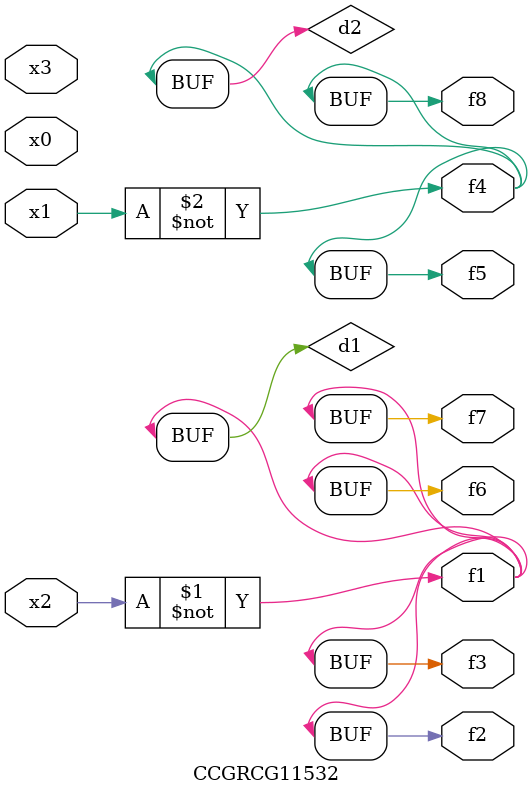
<source format=v>
module CCGRCG11532(
	input x0, x1, x2, x3,
	output f1, f2, f3, f4, f5, f6, f7, f8
);

	wire d1, d2;

	xnor (d1, x2);
	not (d2, x1);
	assign f1 = d1;
	assign f2 = d1;
	assign f3 = d1;
	assign f4 = d2;
	assign f5 = d2;
	assign f6 = d1;
	assign f7 = d1;
	assign f8 = d2;
endmodule

</source>
